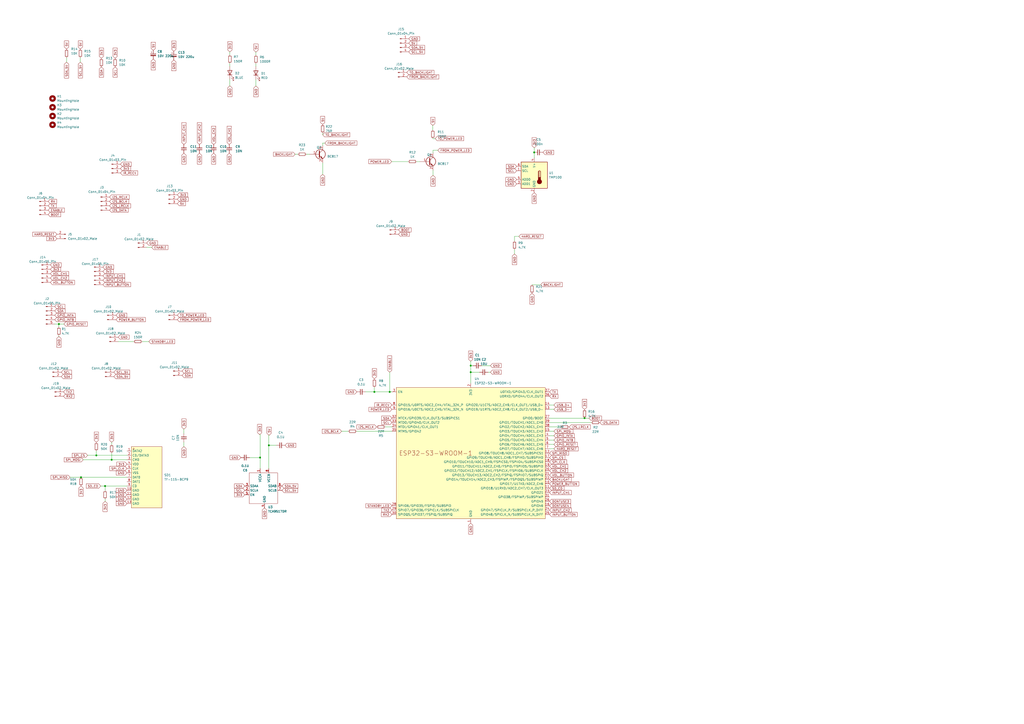
<source format=kicad_sch>
(kicad_sch (version 20231120) (generator "eeschema") (generator_version "8.0")
  (paper "A2")
  (junction (at 339.09 242.57))
  (junction (at 46.99 276.86))
  (junction (at 155.956 258.318))
  (junction (at 309.88 88.392))
  (junction (at 60.96 281.94))
  (junction (at 217.17 227.33))
  (junction (at 64.77 266.7))
  (junction (at 55.88 264.16))
  (junction (at 150.876 265.43))
  (junction (at 226.06 227.33))
  (junction (at 273.05 215.9))
  (junction (at 34.163 187.96))
  (junction (at 273.05 212.09))
  (wire (pts (xy 341.63 242.57) (xy 339.09 242.57)))
  (wire (pts (xy 207.01 250.19) (xy 227.33 250.19)))
  (wire (pts (xy 55.88 261.62) (xy 55.88 264.16)))
  (wire (pts (xy 217.17 227.33) (xy 226.06 227.33)))
  (wire (pts (xy 309.88 85.725) (xy 309.88 88.392)))
  (wire (pts (xy 274.32 212.09) (xy 273.05 212.09)))
  (wire (pts (xy 187.1726 78.1681) (xy 187.1726 77.2791)))
  (wire (pts (xy 251.1837 98.7925) (xy 251.1837 101.7135)))
  (wire (pts (xy 251.0567 72.7575) (xy 251.0567 75.2975)))
  (wire (pts (xy 321.31 257.81) (xy 318.77 257.81)))
  (wire (pts (xy 321.31 255.27) (xy 318.77 255.27)))
  (wire (pts (xy 46.99 276.86) (xy 73.66 276.86)))
  (wire (pts (xy 60.96 281.94) (xy 73.66 281.94)))
  (wire (pts (xy 273.05 212.09) (xy 273.05 215.9)))
  (wire (pts (xy 321.31 250.19) (xy 318.77 250.19)))
  (wire (pts (xy 64.77 266.7) (xy 73.66 266.7)))
  (wire (pts (xy 187.1726 94.5511) (xy 187.1726 101.1551)))
  (wire (pts (xy 273.05 209.55) (xy 273.05 212.09)))
  (wire (pts (xy 58.42 281.94) (xy 60.96 281.94)))
  (wire (pts (xy 156.083 252.603) (xy 155.956 252.603)))
  (wire (pts (xy 273.05 215.9) (xy 273.05 222.25)))
  (wire (pts (xy 155.956 258.318) (xy 155.956 271.78)))
  (wire (pts (xy 133.35 31.75) (xy 133.35 30.099)))
  (wire (pts (xy 55.88 264.16) (xy 73.66 264.16)))
  (wire (pts (xy 309.88 88.392) (xy 309.88 91.44)))
  (wire (pts (xy 251.1837 87.2355) (xy 251.1837 88.6325)))
  (wire (pts (xy 150.622 252.095) (xy 150.876 252.095)))
  (wire (pts (xy 187.1726 84.3911) (xy 187.1726 82.9941)))
  (wire (pts (xy 106.68 248.92) (xy 106.68 251.46)))
  (wire (pts (xy 313.69 165.1) (xy 308.61 165.1)))
  (wire (pts (xy 34.163 187.96) (xy 31.75 187.96)))
  (wire (pts (xy 226.06 227.33) (xy 227.33 227.33)))
  (wire (pts (xy 144.78 265.43) (xy 150.876 265.43)))
  (wire (pts (xy 48.26 266.7) (xy 64.77 266.7)))
  (wire (pts (xy 342.9 245.11) (xy 318.77 245.11)))
  (wire (pts (xy 156.083 252.476) (xy 156.083 252.603)))
  (wire (pts (xy 198.12 250.19) (xy 201.93 250.19)))
  (wire (pts (xy 86.36 198.12) (xy 82.55 198.12)))
  (wire (pts (xy 34.163 189.611) (xy 34.163 187.96)))
  (wire (pts (xy 187.1726 82.9941) (xy 188.4426 82.9941)))
  (wire (pts (xy 64.77 256.54) (xy 64.77 257.81)))
  (wire (pts (xy 85.09 143.51) (xy 88.011 143.51)))
  (wire (pts (xy 278.13 215.9) (xy 273.05 215.9)))
  (wire (pts (xy 148.463 38.481) (xy 148.463 36.957)))
  (wire (pts (xy 50.8 264.16) (xy 55.88 264.16)))
  (wire (pts (xy 133.35 38.354) (xy 133.35 36.83)))
  (wire (pts (xy 321.31 237.49) (xy 318.77 237.49)))
  (wire (pts (xy 150.876 265.43) (xy 150.876 271.78)))
  (wire (pts (xy 148.463 49.911) (xy 148.463 46.101)))
  (wire (pts (xy 325.12 247.65) (xy 318.77 247.65)))
  (wire (pts (xy 171.1706 89.4711) (xy 172.6946 89.4711)))
  (wire (pts (xy 251.1837 87.2355) (xy 253.9777 87.2355)))
  (wire (pts (xy 298.45 147.32) (xy 298.45 144.78)))
  (wire (pts (xy 37.084 187.96) (xy 34.163 187.96)))
  (wire (pts (xy 38.608 33.528) (xy 38.608 36.068)))
  (wire (pts (xy 321.31 252.73) (xy 318.77 252.73)))
  (wire (pts (xy 241.7857 93.7125) (xy 243.5637 93.7125)))
  (wire (pts (xy 133.35 49.784) (xy 133.35 45.974)))
  (wire (pts (xy 284.48 215.9) (xy 283.21 215.9)))
  (wire (pts (xy 284.48 212.09) (xy 279.4 212.09)))
  (wire (pts (xy 155.956 252.603) (xy 155.956 258.318)))
  (wire (pts (xy 223.52 247.65) (xy 227.33 247.65)))
  (wire (pts (xy 150.876 252.095) (xy 150.876 265.43)))
  (wire (pts (xy 226.06 215.9) (xy 226.06 227.33)))
  (wire (pts (xy 300.99 137.16) (xy 298.45 137.16)))
  (wire (pts (xy 252.4537 80.3775) (xy 251.0567 80.3775)))
  (wire (pts (xy 34.163 195.199) (xy 34.163 194.691)))
  (wire (pts (xy 60.96 290.83) (xy 60.96 289.56)))
  (wire (pts (xy 155.956 258.318) (xy 160.274 258.318)))
  (wire (pts (xy 321.31 234.95) (xy 318.77 234.95)))
  (wire (pts (xy 298.45 139.7) (xy 298.45 137.16)))
  (wire (pts (xy 318.77 242.57) (xy 339.09 242.57)))
  (wire (pts (xy 64.77 262.89) (xy 64.77 266.7)))
  (wire (pts (xy 321.31 260.35) (xy 318.77 260.35)))
  (wire (pts (xy 148.463 31.877) (xy 148.463 30.226)))
  (wire (pts (xy 212.09 227.33) (xy 217.17 227.33)))
  (wire (pts (xy 217.17 224.79) (xy 217.17 227.33)))
  (wire (pts (xy 177.7746 89.4711) (xy 179.5526 89.4711)))
  (wire (pts (xy 60.96 284.48) (xy 60.96 281.94)))
  (wire (pts (xy 46.609 33.528) (xy 46.609 36.068)))
  (wire (pts (xy 77.47 198.12) (xy 68.58 198.12)))
  (wire (pts (xy 227.1807 93.7125) (xy 236.7057 93.7125)))
  (wire (pts (xy 40.64 276.86) (xy 46.99 276.86)))
  (wire (pts (xy 106.68 259.08) (xy 106.68 256.54)))
  (global_label "VOL_CH1" (shape input) (at 132.969 83.82 90) (property "Intersheetrefs" "${INTERSHEET_REFS}" (effects (hide yes))))
  (global_label "SDA_5V" (shape input) (at 237.109 27.559 0) (property "Intersheetrefs" "${INTERSHEET_REFS}" (effects (hide yes))))
  (global_label "GND" (shape input) (at 59.69 154.94 0) (property "Intersheetrefs" "${INTERSHEET_REFS}" (effects (hide yes))))
  (global_label "VOL_CH2" (shape input) (at 29.21 161.29 0) (property "Intersheetrefs" "${INTERSHEET_REFS}" (effects (hide yes))))
  (global_label "GND" (shape input) (at 29.21 153.67 0) (property "Intersheetrefs" "${INTERSHEET_REFS}" (effects (hide yes))))
  (global_label "5V" (shape input) (at 38.608 28.448 90) (property "Intersheetrefs" "${INTERSHEET_REFS}" (effects (hide yes))))
  (global_label "DONTUSE4" (shape input) (at 318.77 293.37 0) (property "Intersheetrefs" "${INTERSHEET_REFS}" (effects (hide yes))))
  (global_label "VOL_CH2" (shape input) (at 318.77 273.05 0) (property "Intersheetrefs" "${INTERSHEET_REFS}" (effects (hide yes))))
  (global_label "USB_D-" (shape input) (at 321.31 237.49 0) (property "Intersheetrefs" "${INTERSHEET_REFS}" (effects (hide yes))))
  (global_label "GND" (shape input) (at 73.66 292.1 180) (property "Intersheetrefs" "${INTERSHEET_REFS}" (effects (hide yes))))
  (global_label "GND" (shape input) (at 231.14 135.89 0) (property "Intersheetrefs" "${INTERSHEET_REFS}" (effects (hide yes))))
  (global_label "GND" (shape input) (at 106.68 259.08 270) (property "Intersheetrefs" "${INTERSHEET_REFS}" (effects (hide yes))))
  (global_label "3V3" (shape input) (at 273.05 209.55 90) (property "Intersheetrefs" "${INTERSHEET_REFS}" (effects (hide yes))))
  (global_label "GND" (shape input) (at 237.109 22.479 0) (property "Intersheetrefs" "${INTERSHEET_REFS}" (effects (hide yes))))
  (global_label "GND" (shape input) (at 284.48 212.09 0) (property "Intersheetrefs" "${INTERSHEET_REFS}" (effects (hide yes))))
  (global_label "GND" (shape input) (at 68.58 195.58 0) (property "Intersheetrefs" "${INTERSHEET_REFS}" (effects (hide yes))))
  (global_label "5V" (shape input) (at 46.609 28.448 90) (property "Intersheetrefs" "${INTERSHEET_REFS}" (effects (hide yes))))
  (global_label "5V" (shape input) (at 156.083 252.476 90) (property "Intersheetrefs" "${INTERSHEET_REFS}" (effects (hide yes))))
  (global_label "VOL_CH1" (shape input) (at 318.77 270.51 0) (property "Intersheetrefs" "${INTERSHEET_REFS}" (effects (hide yes))))
  (global_label "IR_RECV" (shape input) (at 69.85 100.33 0) (property "Intersheetrefs" "${INTERSHEET_REFS}" (effects (hide yes))))
  (global_label "3V3" (shape input) (at 69.85 97.79 0) (property "Intersheetrefs" "${INTERSHEET_REFS}" (effects (hide yes))))
  (global_label "SCL_5V" (shape input) (at 66.04 215.9 0) (property "Intersheetrefs" "${INTERSHEET_REFS}" (effects (hide yes))))
  (global_label "POWER_LED" (shape input) (at 227.33 237.49 180) (property "Intersheetrefs" "${INTERSHEET_REFS}" (effects (hide yes))))
  (global_label "3V3" (shape input) (at 106.68 248.92 90) (property "Intersheetrefs" "${INTERSHEET_REFS}" (effects (hide yes))))
  (global_label "SDA_5V" (shape input) (at 66.04 218.44 0) (property "Intersheetrefs" "${INTERSHEET_REFS}" (effects (hide yes))))
  (global_label "BOOT" (shape input) (at 341.63 242.57 0) (property "Intersheetrefs" "${INTERSHEET_REFS}" (effects (hide yes))))
  (global_label "SDA" (shape input) (at 58.801 38.862 270) (property "Intersheetrefs" "${INTERSHEET_REFS}" (effects (hide yes))))
  (global_label "SCL" (shape input) (at 105.6103 215.2452 0) (property "Intersheetrefs" "${INTERSHEET_REFS}" (effects (hide yes))))
  (global_label "GND" (shape input) (at 34.163 195.199 270) (property "Intersheetrefs" "${INTERSHEET_REFS}" (effects (hide yes))))
  (global_label "BOOT" (shape input) (at 231.14 133.35 0) (property "Intersheetrefs" "${INTERSHEET_REFS}" (effects (hide yes))))
  (global_label "POWER_BUTTON" (shape input) (at 67.31 185.42 0) (property "Intersheetrefs" "${INTERSHEET_REFS}" (effects (hide yes))))
  (global_label "3V3" (shape input) (at 55.88 256.54 90) (property "Intersheetrefs" "${INTERSHEET_REFS}" (effects (hide yes))))
  (global_label "INPUT_CH2" (shape input) (at 115.697 83.82 90) (property "Intersheetrefs" "${INTERSHEET_REFS}" (effects (hide yes))))
  (global_label "GND" (shape input) (at 88.9 34.29 270) (property "Intersheetrefs" "${INTERSHEET_REFS}" (effects (hide yes))))
  (global_label "HARD_RESET" (shape input) (at 300.99 137.16 0) (property "Intersheetrefs" "${INTERSHEET_REFS}" (effects (hide yes))))
  (global_label "3V3" (shape input) (at 73.66 269.24 180) (property "Intersheetrefs" "${INTERSHEET_REFS}" (effects (hide yes))))
  (global_label "GPIO_INTB" (shape input) (at 321.31 255.27 0) (property "Intersheetrefs" "${INTERSHEET_REFS}" (effects (hide yes))))
  (global_label "5V" (shape input) (at 102.87 118.11 0) (property "Intersheetrefs" "${INTERSHEET_REFS}" (effects (hide yes))))
  (global_label "SPI_MOSI" (shape input) (at 321.31 250.19 0) (property "Intersheetrefs" "${INTERSHEET_REFS}" (effects (hide yes))))
  (global_label "3V3" (shape input) (at 100.838 29.718 90) (property "Intersheetrefs" "${INTERSHEET_REFS}" (effects (hide yes))))
  (global_label "SCL" (shape input) (at 31.75 177.8 0) (property "Intersheetrefs" "${INTERSHEET_REFS}" (effects (hide yes))))
  (global_label "GND" (shape input) (at 106.68 88.9 270) (property "Intersheetrefs" "${INTERSHEET_REFS}" (effects (hide yes))))
  (global_label "GND" (shape input) (at 100.838 34.798 270) (property "Intersheetrefs" "${INTERSHEET_REFS}" (effects (hide yes))))
  (global_label "SDA_5V" (shape input) (at 163.576 281.94 0) (property "Intersheetrefs" "${INTERSHEET_REFS}" (effects (hide yes))))
  (global_label "TO_BACKLIGHT" (shape input) (at 187.1726 78.1681 0) (property "Intersheetrefs" "${INTERSHEET_REFS}" (effects (hide yes))))
  (global_label "3V3" (shape input) (at 217.17 219.71 90) (property "Intersheetrefs" "${INTERSHEET_REFS}" (effects (hide yes))))
  (global_label "3V3" (shape input) (at 46.99 281.94 270) (property "Intersheetrefs" "${INTERSHEET_REFS}" (effects (hide yes))))
  (global_label "SPI_MOSI" (shape input) (at 48.26 266.7 180) (property "Intersheetrefs" "${INTERSHEET_REFS}" (effects (hide yes))))
  (global_label "GND" (shape input) (at 69.85 95.25 0) (property "Intersheetrefs" "${INTERSHEET_REFS}" (effects (hide yes))))
  (global_label "SDA" (shape input) (at 35.56 218.44 0) (property "Intersheetrefs" "${INTERSHEET_REFS}" (effects (hide yes))))
  (global_label "5V" (shape input) (at 88.9 29.21 90) (property "Intersheetrefs" "${INTERSHEET_REFS}" (effects (hide yes))))
  (global_label "TX" (shape input) (at 318.77 227.33 0) (property "Intersheetrefs" "${INTERSHEET_REFS}" (effects (hide yes))))
  (global_label "I2S_MCLK" (shape input) (at 63.5 114.3 0) (property "Intersheetrefs" "${INTERSHEET_REFS}" (effects (hide yes))))
  (global_label "I2S_DATA" (shape input) (at 63.5 121.92 0) (property "Intersheetrefs" "${INTERSHEET_REFS}" (effects (hide yes))))
  (global_label "I2S_BCLK" (shape input) (at 63.5 116.84 0) (property "Intersheetrefs" "${INTERSHEET_REFS}" (effects (hide yes))))
  (global_label "GND" (shape input) (at 73.66 284.48 180) (property "Intersheetrefs" "${INTERSHEET_REFS}" (effects (hide yes))))
  (global_label "SCL_5V" (shape input) (at 163.576 284.48 0) (property "Intersheetrefs" "${INTERSHEET_REFS}" (effects (hide yes))))
  (global_label "5V" (shape input) (at 237.109 25.019 0) (property "Intersheetrefs" "${INTERSHEET_REFS}" (effects (hide yes))))
  (global_label "3V3" (shape input) (at 33.02 138.43 180) (property "Intersheetrefs" "${INTERSHEET_REFS}" (effects (hide yes))))
  (global_label "TX2" (shape input) (at 36.83 227.33 0) (property "Intersheetrefs" "${INTERSHEET_REFS}" (effects (hide yes))))
  (global_label "VOL_BUTTON" (shape input) (at 29.21 163.83 0) (property "Intersheetrefs" "${INTERSHEET_REFS}" (effects (hide yes))))
  (global_label "SDA_5V" (shape input) (at 38.608 36.068 270) (property "Intersheetrefs" "${INTERSHEET_REFS}" (effects (hide yes))))
  (global_label "INPUT_CH2" (shape input) (at 59.69 162.56 0) (property "Intersheetrefs" "${INTERSHEET_REFS}" (effects (hide yes))))
  (global_label "STANDBY_LED" (shape input) (at 227.33 293.37 180) (property "Intersheetrefs" "${INTERSHEET_REFS}" (effects (hide yes))))
  (global_label "INPUT_BUTTON" (shape input) (at 59.69 165.1 0) (property "Intersheetrefs" "${INTERSHEET_REFS}" (effects (hide yes))))
  (global_label "BOOT" (shape input) (at 27.94 124.46 0) (property "Intersheetrefs" "${INTERSHEET_REFS}" (effects (hide yes))))
  (global_label "INPUT_CH1" (shape input) (at 318.77 285.75 0) (property "Intersheetrefs" "${INTERSHEET_REFS}" (effects (hide yes))))
  (global_label "3V3" (shape input) (at 150.622 252.095 90) (property "Intersheetrefs" "${INTERSHEET_REFS}" (effects (hide yes))))
  (global_label "GND" (shape input) (at 73.66 289.56 180) (property "Intersheetrefs" "${INTERSHEET_REFS}" (effects (hide yes))))
  (global_label "3V3" (shape input) (at 64.77 256.54 90) (property "Intersheetrefs" "${INTERSHEET_REFS}" (effects (hide yes))))
  (global_label "GND" (shape input) (at 102.87 115.57 0) (property "Intersheetrefs" "${INTERSHEET_REFS}" (effects (hide yes))))
  (global_label "STANDBY_LED" (shape input) (at 86.36 198.12 0) (property "Intersheetrefs" "${INTERSHEET_REFS}" (effects (hide yes))))
  (global_label "I2S_LRCLK" (shape input) (at 330.2 247.65 0) (property "Intersheetrefs" "${INTERSHEET_REFS}" (effects (hide yes))))
  (global_label "RX2" (shape input) (at 36.83 229.87 0) (property "Intersheetrefs" "${INTERSHEET_REFS}" (effects (hide yes))))
  (global_label "SPI_CLK" (shape input) (at 318.77 267.97 0) (property "Intersheetrefs" "${INTERSHEET_REFS}" (effects (hide yes))))
  (global_label "3V3" (shape input) (at 141.986 287.02 180) (property "Intersheetrefs" "${INTERSHEET_REFS}" (effects (hide yes))))
  (global_label "SPI_CS" (shape input) (at 318.77 265.43 0) (property "Intersheetrefs" "${INTERSHEET_REFS}" (effects (hide yes))))
  (global_label "TX2" (shape input) (at 227.33 295.91 180) (property "Intersheetrefs" "${INTERSHEET_REFS}" (effects (hide yes))))
  (global_label "I2S_MCLK" (shape input) (at 218.44 247.65 180) (property "Intersheetrefs" "${INTERSHEET_REFS}" (effects (hide yes))))
  (global_label "SCL" (shape input) (at 141.986 284.48 180) (property "Intersheetrefs" "${INTERSHEET_REFS}" (effects (hide yes))))
  (global_label "SCL" (shape input) (at 227.33 245.11 180) (property "Intersheetrefs" "${INTERSHEET_REFS}" (effects (hide yes))))
  (global_label "GPIO_RESET" (shape input) (at 321.31 257.81 0) (property "Intersheetrefs" "${INTERSHEET_REFS}" (effects (hide yes))))
  (global_label "SDA" (shape input) (at 227.33 242.57 180) (property "Intersheetrefs" "${INTERSHEET_REFS}" (effects (hide yes))))
  (global_label "SPI_MISO" (shape input) (at 40.64 276.86 180) (property "Intersheetrefs" "${INTERSHEET_REFS}" (effects (hide yes))))
  (global_label "SPI_MISO" (shape input) (at 318.77 262.89 0) (property "Intersheetrefs" "${INTERSHEET_REFS}" (effects (hide yes))))
  (global_label "GND" (shape input) (at 153.416 294.64 270) (property "Intersheetrefs" "${INTERSHEET_REFS}" (effects (hide yes))))
  (global_label "ENABLE" (shape input) (at 226.06 215.9 90) (property "Intersheetrefs" "${INTERSHEET_REFS}" (effects (hide yes))))
  (global_label "GND" (shape input) (at 133.35 49.784 270) (property "Intersheetrefs" "${INTERSHEET_REFS}" (effects (hide yes))))
  (global_label "GND" (shape input) (at 139.7 265.43 180) (property "Intersheetrefs" "${INTERSHEET_REFS}" (effects (hide yes))))
  (global_label "INPUT_CH2" (shape input) (at 318.77 295.91 0) (property "Intersheetrefs" "${INTERSHEET_REFS}" (effects (hide yes))))
  (global_label "RX" (shape input) (at 318.77 229.87 0) (property "Intersheetrefs" "${INTERSHEET_REFS}" (effects (hide yes))))
  (global_label "SCL" (shape input) (at 35.56 215.9 0) (property "Intersheetrefs" "${INTERSHEET_REFS}" (effects (hide yes))))
  (global_label "FROM_POWER_LED" (shape input) (at 253.9777 87.2355 0) (property "Intersheetrefs" "${INTERSHEET_REFS}" (effects (hide yes))))
  (global_label "INPUT_BUTTON" (shape input) (at 318.77 298.45 0) (property "Intersheetrefs" "${INTERSHEET_REFS}" (effects (hide yes))))
  (global_label "5V" (shape input) (at 187.1726 72.1991 90) (property "Intersheetrefs" "${INTERSHEET_REFS}" (effects (hide yes))))
  (global_label "GND" (shape input) (at 299.72 104.14 180) (property "Intersheetrefs" "${INTERSHEET_REFS}" (effects (hide yes))))
  (global_label "RX" (shape input) (at 27.94 116.84 0) (property "Intersheetrefs" "${INTERSHEET_REFS}" (effects (hide yes))))
  (global_label "GND" (shape input) (at 207.01 227.33 180) (property "Intersheetrefs" "${INTERSHEET_REFS}" (effects (hide yes))))
  (global_label "GND" (shape input) (at 299.72 106.68 180) (property "Intersheetrefs" "${INTERSHEET_REFS}" (effects (hide yes))))
  (global_label "GND" (shape input) (at 308.61 170.18 270) (property "Intersheetrefs" "${INTERSHEET_REFS}" (effects (hide yes))))
  (global_label "SCL_5V" (shape input) (at 46.609 36.068 270) (property "Intersheetrefs" "${INTERSHEET_REFS}" (effects (hide yes))))
  (global_label "VOL_CH2" (shape input) (at 123.952 83.82 90) (property "Intersheetrefs" "${INTERSHEET_REFS}" (effects (hide yes))))
  (global_label "SCL" (shape input) (at 66.802 38.862 270) (property "Intersheetrefs" "${INTERSHEET_REFS}" (effects (hide yes))))
  (global_label "TO_POWER_LED" (shape input) (at 252.4537 80.3775 0) (property "Intersheetrefs" "${INTERSHEET_REFS}" (effects (hide yes))))
  (global_label "DONTUSE3" (shape input) (at 318.77 290.83 0) (property "Intersheetrefs" "${INTERSHEET_REFS}" (effects (hide yes))))
  (global_label "SDA" (shape input) (at 141.986 281.94 180) (property "Intersheetrefs" "${INTERSHEET_REFS}" (effects (hide yes))))
  (global_label "GND" (shape input) (at 73.66 274.32 180) (property "Intersheetrefs" "${INTERSHEET_REFS}" (effects (hide yes))))
  (global_label "BACKLIGHT" (shape input) (at 313.69 165.1 0) (property "Intersheetrefs" "${INTERSHEET_REFS}" (effects (hide yes))))
  (global_label "3V3" (shape input) (at 60.96 290.83 270) (property "Intersheetrefs" "${INTERSHEET_REFS}" (effects (hide yes))))
  (global_label "FROM_POWER_LED" (shape input) (at 102.87 185.42 0) (property "Intersheetrefs" "${INTERSHEET_REFS}" (effects (hide yes))))
  (global_label "3V3" (shape input) (at 66.802 33.782 90) (property "Intersheetrefs" "${INTERSHEET_REFS}" (effects (hide yes))))
  (global_label "GPIO_RESET" (shape input) (at 37.084 187.96 0) (property "Intersheetrefs" "${INTERSHEET_REFS}" (effects (hide yes))))
  (global_label "GND" (shape input) (at 165.354 258.318 0) (property "Intersheetrefs" "${INTERSHEET_REFS}" (effects (hide yes))))
  (global_label "GND" (shape input) (at 73.66 287.02 180) (property "Intersheetrefs" "${INTERSHEET_REFS}" (effects (hide yes))))
  (global_label "BACKLIGHT" (shape input) (at 171.1706 89.4711 180) (property "Intersheetrefs" "${INTERSHEET_REFS}" (effects (hide yes))))
  (global_label "IR_RECV" (shape input) (at 227.33 234.95 180) (property "Intersheetrefs" "${INTERSHEET_REFS}" (effects (hide yes))))
  (global_label "SPI_CS" (shape input) (at 50.8 264.16 180) (property "Intersheetrefs" "${INTERSHEET_REFS}" (effects (hide yes))))
  (global_label "GND" (shape input) (at 67.31 182.88 0) (property "Intersheetrefs" "${INTERSHEET_REFS}" (effects (hide yes))))
  (global_label "GND" (shape input) (at 314.96 88.392 0) (property "Intersheetrefs" "${INTERSHEET_REFS}" (effects (hide yes))))
  (global_label "GND" (shape input) (at 132.969 88.9 270) (property "Intersheetrefs" "${INTERSHEET_REFS}" (effects (hide yes))))
  (global_label "HARD_RESET" (shape input) (at 321.31 260.35 0) (property "Intersheetrefs" "${INTERSHEET_REFS}" (effects (hide yes))))
  (global_label "ENABLE" (shape input) (at 27.94 121.92 0) (property "Intersheetrefs" "${INTERSHEET_REFS}" (effects (hide yes))))
  (global_label "FROM_BACKLIGHT" (shape input) (at 235.966 44.577 0) (property "Intersheetrefs" "${INTERSHEET_REFS}" (effects (hide yes))))
  (global_label "3V3" (shape input) (at 339.09 237.49 90) (property "Intersheetrefs" "${INTERSHEET_REFS}" (effects (hide yes))))
  (global_label "GND" (shape input) (at 298.45 147.32 270) (property "Intersheetrefs" "${INTERSHEET_REFS}" (effects (hide yes))))
  (global_label "3V3" (shape input) (at 309.88 85.725 90) (property "Intersheetrefs" "${INTERSHEET_REFS}" (effects (hide yes))))
  (global_label "3V3" (shape input) (at 29.21 156.21 0) (property "Intersheetrefs" "${INTERSHEET_REFS}" (effects (hide yes))))
  (global_label "GPIO_INTA" (shape input) (at 321.31 252.73 0) (property "Intersheetrefs" "${INTERSHEET_REFS}" (effects (hide yes))))
  (global_label "GND" (shape input) (at 309.88 111.76 270) (property "Intersheetrefs" "${INTERSHEET_REFS}" (effects (hide yes))))
  (global_label "USB_D+" (shape input) (at 321.31 234.95 0) (property "Intersheetrefs" "${INTERSHEET_REFS}" (effects (hide yes))))
  (global_label "I2S_LRCLK" (shape input) (at 63.5 119.38 0) (property "Intersheetrefs" "${INTERSHEET_REFS}" (effects (hide yes))))
  (global_label "RX2" (shape input) (at 227.33 298.45 180) (property "Intersheetrefs" "${INTERSHEET_REFS}" (effects (hide yes))))
  (global_label "FROM_BACKLIGHT" (shape input) (at 188.4426 82.9941 0) (property "Intersheetrefs" "${INTERSHEET_REFS}" (effects (hide yes))))
  (global_label "SDA" (shape input) (at 31.75 180.34 0) (property "Intersheetrefs" "${INTERSHEET_REFS}" (effects (hide yes))))
  (global_label "GND" (shape input) (at 85.09 140.97 0) (property "Intersheetrefs" "${INTERSHEET_REFS}" (effects (hide yes))))
  (global_label "SD_CD" (shape input) (at 58.42 281.94 180) (property "Intersheetrefs" "${INTERSHEET_REFS}" (effects (hide yes))))
  (global_label "TO_BACKLIGHT" (shape input) (at 235.966 42.037 0) (property "Intersheetrefs" "${INTERSHEET_REFS}" (effects (hide yes))))
  (global_label "GPIO_INTB" (shape input) (at 31.75 185.42 0) (property "Intersheetrefs" "${INTERSHEET_REFS}" (effects (hide yes))))
  (global_label "SPI_CLK" (shape input) (at 73.66 271.78 180) (property "Intersheetrefs" "${INTERSHEET_REFS}" (effects (hide yes))))
  (global_label "SDA" (shape input) (at 299.72 96.52 180) (property "Intersheetrefs" "${INTERSHEET_REFS}" (effects (hide yes))))
  (global_label "GND" (shape input) (at 187.1726 101.1551 270) (property "Intersheetrefs" "${INTERSHEET_REFS}" (effects (hide yes))))
  (global_label "3V3" (shape input) (at 102.87 113.03 0) (property "Intersheetrefs" "${INTERSHEET_REFS}" (effects (hide yes))))
  (global_label "POWER_BUTTON" (shape input) (at 318.77 280.67 0) (property "Intersheetrefs" "${INTERSHEET_REFS}" (effects (hide yes))))
  (global_label "SDA" (shape input) (at 105.6103 217.7852 0) (property "Intersheetrefs" "${INTERSHEET_REFS}" (effects (hide yes))))
  (global_label "BACKLIGHT" (shape input) (at 318.77 278.13 0) (property "Intersheetrefs" "${INTERSHEET_REFS}" (effects (hide yes))))
  (global_label "ENABLE" (shape input) (at 88.011 143.51 0) (property "Intersheetrefs" "${INTERSHEET_REFS}" (effects (hide yes))))
  (global_label "I2S_BCLK" (shape input) (at 198.12 250.19 180) (property "Intersheetrefs" "${INTERSHEET_REFS}" (effects (hide yes))))
  (global_label "HARD_RESET" (shape input) (at 33.02 135.89 180) (property "Intersheetrefs" "${INTERSHEET_REFS}" (effects (hide yes))))
  (global_label "GND" (shape input) (at 284.48 215.9 0) (property "Intersheetrefs" "${INTERSHEET_REFS}" (effects (hide yes))))
  (global_label "SD_CD" (shape input) (at 318.77 283.21 0) (property "Intersheetrefs" "${INTERSHEET_REFS}" (effects (hide yes))))
  (global_label "3V3" (shape input) (at 58.801 33.782 90) (property "Intersheetrefs" "${INTERSHEET_REFS}" (effects (hide yes))))
  (global_label "I2S_DATA" (shape input) (at 347.98 245.11 0) (property "Intersheetrefs" "${INTERSHEET_REFS}" (effects (hide yes))))
  (global_label "VOL_CH1" (shape input) (at 29.21 158.75 0) (property "Intersheetrefs" "${INTERSHEET_REFS}" (effects (hide yes))))
  (global_label "POWER_LED" (shape input) (at 227.1807 93.7125 180) (property "Intersheetrefs" "${INTERSHEET_REFS}" (effects (hide yes))))
  (global_label "INPUT_CH1" (shape input) (at 59.69 160.02 0) (property "Intersheetrefs" "${INTERSHEET_REFS}" (effects (hide yes))))
  (global_label "GND" (shape input) (at 148.463 49.911 270) (property "Intersheetrefs" "${INTERSHEET_REFS}" (effects (hide yes))))
  (global_label "3V3" (shape input) (at 133.35 30.099 90) (property "Intersheetrefs" "${INTERSHEET_REFS}" (effects (hide yes))))
  (global_label "3V3" (shape input) (at 59.69 157.48 0) (property "Intersheetrefs" "${INTERSHEET_REFS}" (effects (hide yes))))
  (global_label "5V" (shape input) (at 251.0567 72.7575 90) (property "Intersheetrefs" "${INTERSHEET_REFS}" (effects (hide yes))))
  (global_label "GND" (shape input) (at 123.952 88.9 270) (property "Intersheetrefs" "${INTERSHEET_REFS}" (effects (hide yes))))
  (global_label "GND" (shape input) (at 251.1837 101.7135 270) (property "Intersheetrefs" "${INTERSHEET_REFS}" (effects (hide yes))))
  (global_label "5V" (shape input) (at 148.463 30.226 90) (property "Intersheetrefs" "${INTERSHEET_REFS}" (effects (hide yes))))
  (global_label "VOL_BUTTON" (shape input) (at 318.77 275.59 0) (property "Intersheetrefs" "${INTERSHEET_REFS}" (effects (hide yes))))
  (global_label "GPIO_INTA" (shape input) (at 31.75 182.88 0) (property "Intersheetrefs" "${INTERSHEET_REFS}" (effects (hide yes))))
  (global_label "SCL" (shape input) (at 299.72 99.06 180) (property "Intersheetrefs" "${INTERSHEET_REFS}" (effects (hide yes))))
  (global_label "GND" (shape input) (at 115.697 88.9 270) (property "Intersheetrefs" "${INTERSHEET_REFS}" (effects (hide yes))))
  (global_label "TO_POWER_LED" (shape input) (at 102.87 182.88 0) (property "Intersheetrefs" "${INTERSHEET_REFS}" (effects (hide yes))))
  (global_label "GND" (shape input) (at 273.05 303.53 270) (property "Intersheetrefs" "${INTERSHEET_REFS}" (effects (hide yes))))
  (global_label "INPUT_CH1" (shape input) (at 106.68 83.82 90) (property "Intersheetrefs" "${INTERSHEET_REFS}" (effects (hide yes))))
  (global_label "TX" (shape input) (at 27.94 119.38 0) (property "Intersheetrefs" "${INTERSHEET_REFS}" (effects (hide yes))))
  (global_label "SCL_5V" (shape input) (at 237.109 30.099 0) (property "Intersheetrefs" "${INTERSHEET_REFS}" (effects (hide yes))))
  (symbol (lib_id "Mechanical:MountingHole") (at 30.48 67.31 0) (unit 1)
    (property "Reference" "H2" (at 33.02 66.0399 0) (effects (justify left)))
    (property "Value" "MountingHole" (at 33.02 68.5799 0) (effects (justify left)))
    (property "Footprint" "MountingHole:MountingHole_3.2mm_M3_DIN965_Pad_TopOnly" (effects (hide yes)))
  )
  (symbol (lib_id "Device:R_Small") (at 34.163 192.151 180) (unit 1)
    (property "Reference" "R1" (at 35.687 190.881 0) (effects (justify right)))
    (property "Value" "4.7K" (at 35.687 193.421 0) (effects (justify right)))
    (property "Footprint" "Resistor_SMD:R_0603_1608Metric_Pad0.98x0.95mm_HandSolder" (effects (hide yes)))
  )
  (symbol (lib_id "Device:R_Small") (at 217.17 222.25 0) (unit 1)
    (property "Reference" "R8" (at 219.71 220.9799 0) (effects (justify left)))
    (property "Value" "4.7K" (at 219.71 223.5199 0) (effects (justify left)))
    (property "Footprint" "Resistor_SMD:R_0603_1608Metric_Pad0.98x0.95mm_HandSolder" (effects (hide yes)))
  )
  (symbol (lib_id "Device:R_Small") (at 220.98 247.65 270) (unit 1)
    (property "Reference" "R5" (at 220.98 252.73 90))
    (property "Value" "22R" (at 220.98 250.19 90))
    (property "Footprint" "Resistor_SMD:R_0603_1608Metric" (effects (hide yes)))
    (property "Description" "Resistor, small symbol" (effects (hide yes)))
    (property "Mouser" "603-RT0805FRE0722RL" (effects (hide yes)))
  )
  (symbol (lib_id "Device:R_Small") (at 55.88 259.08 0) (unit 1)
    (property "Reference" "R20" (at 58.42 257.8099 0) (effects (justify left)))
    (property "Value" "50K" (at 58.42 260.3499 0) (effects (justify left)))
    (property "Footprint" "Resistor_SMD:R_0603_1608Metric_Pad0.98x0.95mm_HandSolder" (effects (hide yes)))
  )
  (symbol (lib_id "Device:R_Small") (at 58.801 36.322 0) (unit 1)
    (property "Reference" "R13" (at 61.341 33.7819 0) (effects (justify left)))
    (property "Value" "10K" (at 61.341 36.3219 0) (effects (justify left)))
    (property "Footprint" "Resistor_SMD:R_0603_1608Metric_Pad0.98x0.95mm_HandSolder" (effects (hide yes)))
  )
  (symbol (lib_id "Connector:Conn_01x02_Male") (at 80.01 140.97 0) (unit 1)
    (property "Reference" "J1" (at 80.645 136.144 0))
    (property "Value" "Conn_01x02_Male" (at 80.645 138.684 0))
    (property "Footprint" "Connector_JST:JST_PH_B2B-PH-K_1x02_P2.00mm_Vertical" (effects (hide yes)))
  )
  (symbol (lib_id "Device:C_Small") (at 162.814 258.318 90) (unit 1)
    (property "Reference" "C4" (at 162.8203 250.952 90))
    (property "Value" "0.1U" (at 162.8203 253.492 90))
    (property "Footprint" "Capacitor_SMD:C_0805_2012Metric_Pad1.18x1.45mm_HandSolder" (effects (hide yes)))
  )
  (symbol (lib_id "Device:R_Small") (at 148.463 34.417 0) (unit 1)
    (property "Reference" "R6" (at 150.622 33.1469 0) (effects (justify left)))
    (property "Value" "1000R" (at 150.622 35.6869 0) (effects (justify left)))
    (property "Footprint" "Resistor_SMD:R_0603_1608Metric_Pad0.98x0.95mm_HandSolder" (effects (hide yes)))
  )
  (symbol (lib_id "Device:C_Small") (at 142.24 265.43 270) (unit 1)
    (property "Reference" "C6" (at 142.2337 272.796 90))
    (property "Value" "0.1U" (at 142.2337 270.256 90))
    (property "Footprint" "Capacitor_SMD:C_0805_2012Metric_Pad1.18x1.45mm_HandSolder" (effects (hide yes)))
  )
  (symbol (lib_id "Device:R_Small") (at 46.609 30.988 0) (unit 1)
    (property "Reference" "R15" (at 48.768 29.7179 0) (effects (justify left)))
    (property "Value" "10K" (at 48.768 32.2579 0) (effects (justify left)))
    (property "Footprint" "Resistor_SMD:R_0603_1608Metric_Pad0.98x0.95mm_HandSolder" (effects (hide yes)))
  )
  (symbol (lib_id "Device:C_Small") (at 276.86 212.09 90) (unit 1)
    (property "Reference" "C1" (at 276.86 205.994 90))
    (property "Value" "10N" (at 276.86 208.534 90))
    (property "Footprint" "Capacitor_SMD:C_0805_2012Metric_Pad1.18x1.45mm_HandSolder" (effects (hide yes)))
  )
  (symbol (lib_id "Connector:Conn_01x02_Male") (at 63.5 195.58 0) (unit 1)
    (property "Reference" "J18" (at 64.135 190.754 0))
    (property "Value" "Conn_01x02_Male" (at 64.135 193.294 0))
    (property "Footprint" "Connector_JST:JST_PH_B2B-PH-K_1x02_P2.00mm_Vertical" (effects (hide yes)))
  )
  (symbol (lib_id "Device:C_Small") (at 115.697 86.36 180) (unit 1)
    (property "Reference" "C12" (at 119.2767 85.0835 0) (effects (justify right)))
    (property "Value" "10N" (at 119.2767 87.6235 0) (effects (justify right)))
    (property "Footprint" "Capacitor_SMD:C_0603_1608Metric_Pad1.08x0.95mm_HandSolder" (effects (hide yes)))
  )
  (symbol (lib_id "Connector:Conn_01x02_Male") (at 62.23 182.88 0) (unit 1)
    (property "Reference" "J10" (at 62.865 178.054 0))
    (property "Value" "Conn_01x02_Male" (at 62.865 180.594 0))
    (property "Footprint" "Connector_JST:JST_PH_B2B-PH-K_1x02_P2.00mm_Vertical" (effects (hide yes)))
  )
  (symbol (lib_id "Device:C_Small") (at 123.952 86.36 180) (unit 1)
    (property "Reference" "C10" (at 127.5317 85.0835 0) (effects (justify right)))
    (property "Value" "10N" (at 127.5317 87.6235 0) (effects (justify right)))
    (property "Footprint" "Capacitor_SMD:C_0603_1608Metric_Pad1.08x0.95mm_HandSolder" (effects (hide yes)))
  )
  (symbol (lib_id "Connector:Conn_01x02_Male") (at 31.75 227.33 0) (unit 1)
    (property "Reference" "J19" (at 32.385 222.504 0))
    (property "Value" "Conn_01x02_Male" (at 32.385 225.044 0))
    (property "Footprint" "Connector_JST:JST_PH_B2B-PH-K_1x02_P2.00mm_Vertical" (effects (hide yes)))
  )
  (symbol (lib_id "Connector:Conn_01x02_Male") (at 226.06 133.35 0) (unit 1)
    (property "Reference" "J9" (at 226.695 128.524 0))
    (property "Value" "Conn_01x02_Male" (at 226.695 131.064 0))
    (property "Footprint" "Connector_PinHeader_2.54mm:PinHeader_1x02_P2.54mm_Vertical" (effects (hide yes)))
  )
  (symbol (lib_id "Connector:Conn_01x04_Pin") (at 232.029 25.019 0) (unit 1)
    (property "Reference" "J15" (at 232.664 16.891 0))
    (property "Value" "Conn_01x04_Pin" (at 232.664 19.431 0))
    (property "Footprint" "Connector_JST:JST_PH_B4B-PH-K_1x04_P2.00mm_Vertical" (effects (hide yes)))
  )
  (symbol (lib_id "Connector:Conn_01x02_Male") (at 230.886 42.037 0) (unit 1)
    (property "Reference" "J16" (at 231.521 37.211 0))
    (property "Value" "Conn_01x02_Male" (at 231.521 39.751 0))
    (property "Footprint" "Connector_JST:JST_PH_B2B-PH-K_1x02_P2.00mm_Vertical" (effects (hide yes)))
  )
  (symbol (lib_id "Device:R_Small") (at 64.77 260.35 0) (unit 1)
    (property "Reference" "R19" (at 67.31 259.0799 0) (effects (justify left)))
    (property "Value" "50K" (at 67.31 261.6199 0) (effects (justify left)))
    (property "Footprint" "Resistor_SMD:R_0603_1608Metric_Pad0.98x0.95mm_HandSolder" (effects (hide yes)))
  )
  (symbol (lib_id "Connector:Conn_01x02_Male") (at 97.79 182.88 0) (unit 1)
    (property "Reference" "J7" (at 98.425 178.054 0))
    (property "Value" "Conn_01x02_Male" (at 98.425 180.594 0))
    (property "Footprint" "Connector_JST:JST_PH_B2B-PH-K_1x02_P2.00mm_Vertical" (effects (hide yes)))
  )
  (symbol (lib_id "Device:R_Small") (at 46.99 279.4 180) (unit 1)
    (property "Reference" "R18" (at 44.45 280.6701 0) (effects (justify left)))
    (property "Value" "50K" (at 44.45 278.1301 0) (effects (justify left)))
    (property "Footprint" "Resistor_SMD:R_0603_1608Metric_Pad0.98x0.95mm_HandSolder" (effects (hide yes)))
  )
  (symbol (lib_id "Connector:Conn_01x05_Pin") (at 24.13 158.75 0) (unit 1)
    (property "Reference" "J14" (at 24.765 149.225 0))
    (property "Value" "Conn_01x05_Pin" (at 24.765 151.765 0))
    (property "Footprint" "Connector_JST:JST_PH_B5B-PH-K_1x05_P2.00mm_Vertical" (effects (hide yes)))
  )
  (symbol (lib_id "Device:LED") (at 133.35 42.164 90) (unit 1)
    (property "Reference" "D2" (at 136.271 42.4814 90) (effects (justify right)))
    (property "Value" "BLUE" (at 136.271 45.0214 90) (effects (justify right)))
    (property "Footprint" "LED_SMD:LED_0603_1608Metric" (effects (hide yes)))
    (property "LCSC" "NCD0603R1" (effects (hide yes)))
  )
  (symbol (lib_id "Device:R_Small") (at 187.1726 74.7391 180) (unit 1)
    (property "Reference" "R22" (at 188.8236 73.469 0) (effects (justify right)))
    (property "Value" "75R" (at 188.8236 76.009 0) (effects (justify right)))
    (property "Footprint" "Resistor_SMD:R_0603_1608Metric_Pad0.98x0.95mm_HandSolder" (effects (hide yes)))
  )
  (symbol (lib_id "Connector:Conn_01x03_Pin") (at 97.79 115.57 0) (unit 1)
    (property "Reference" "J13" (at 98.425 107.95 0))
    (property "Value" "Conn_01x03_Pin" (at 98.425 110.49 0))
    (property "Footprint" "Connector_JST:JST_PH_B3B-PH-K_1x03_P2.00mm_Vertical" (effects (hide yes)))
    (property "Description" "Generic connector, single row, 01x03, script generated" (effects (hide yes)))
  )
  (symbol (lib_id "Device:R_Small") (at 251.0567 77.8375 180) (unit 1)
    (property "Reference" "R11" (at 253.7237 76.5674 0) (effects (justify right)))
    (property "Value" "700R" (at 253.7237 79.1074 0) (effects (justify right)))
    (property "Footprint" "Resistor_SMD:R_0603_1608Metric_Pad0.98x0.95mm_HandSolder" (effects (hide yes)))
  )
  (symbol (lib_id "easyeda2kicad:TF-115-BCP9") (at 85.09 276.86 0) (unit 1)
    (property "Reference" "SD1" (at 95.25 275.5899 0) (effects (justify left)))
    (property "Value" "TF-115-BCP9" (at 95.25 278.1299 0) (effects (justify left)))
    (property "Footprint" "easyeda2kicad:TF-SMD_TF-115-BCP9" (effects (hide yes)))
    (property "Datasheet" "https://lcsc.com/product-detail/Card-Sockets-Connectors_XUNPU-TF-115-BCP9_C720505.html" (effects (hide yes)))
    (property "LCSC Part" "C720505" (effects (hide yes)))
  )
  (symbol (lib_id "Device:C_Small") (at 132.969 86.36 180) (unit 1)
    (property "Reference" "C9" (at 136.5487 85.0835 0) (effects (justify right)))
    (property "Value" "10N" (at 136.5487 87.6235 0) (effects (justify right)))
    (property "Footprint" "Capacitor_SMD:C_0603_1608Metric_Pad1.08x0.95mm_HandSolder" (effects (hide yes)))
  )
  (symbol (lib_id "Device:C_Small") (at 106.68 86.36 180) (unit 1)
    (property "Reference" "C11" (at 110.2597 85.0835 0) (effects (justify right)))
    (property "Value" "10N" (at 110.2597 87.6235 0) (effects (justify right)))
    (property "Footprint" "Capacitor_SMD:C_0603_1608Metric_Pad1.08x0.95mm_HandSolder" (effects (hide yes)))
  )
  (symbol (lib_id "Mechanical:MountingHole") (at 30.48 62.23 0) (unit 1)
    (property "Reference" "H3" (at 33.02 60.9599 0) (effects (justify left)))
    (property "Value" "MountingHole" (at 33.02 63.4999 0) (effects (justify left)))
    (property "Footprint" "MountingHole:MountingHole_3.2mm_M3_DIN965_Pad_TopOnly" (effects (hide yes)))
  )
  (symbol (lib_id "Device:R_Small") (at 339.09 240.03 0) (unit 1)
    (property "Reference" "R16" (at 341.122 238.7599 0) (effects (justify left)))
    (property "Value" "4.7K" (at 341.122 241.2999 0) (effects (justify left)))
    (property "Footprint" "Resistor_SMD:R_0603_1608Metric_Pad0.98x0.95mm_HandSolder" (effects (hide yes)))
  )
  (symbol (lib_id "Transistor_BJT:2N3055") (at 184.6326 89.4711 0) (unit 1)
    (property "Reference" "Q2" (at 183.7436 85.5341 0) (effects (justify left)))
    (property "Value" "BC817" (at 189.8396 90.741 0) (effects (justify left)))
    (property "Footprint" "Package_TO_SOT_SMD:TSOT-23" (effects (hide yes)))
    (property "Datasheet" "http://www.onsemi.com/pub_link/Collateral/2N3055-D.PDF" (effects (hide yes)))
    (property "Mouser" "637-BC817K-40 " (effects (hide yes)))
  )
  (symbol (lib_id "Device:C_Small") (at 280.67 215.9 90) (unit 1)
    (property "Reference" "C2" (at 280.6763 208.534 90))
    (property "Value" "10U" (at 280.6763 211.074 90))
    (property "Footprint" "Capacitor_SMD:C_1206_3216Metric_Pad1.33x1.80mm_HandSolder" (effects (hide yes)))
  )
  (symbol (lib_id "Device:R_Small") (at 66.802 36.322 0) (unit 1)
    (property "Reference" "R10" (at 68.961 35.0519 0) (effects (justify left)))
    (property "Value" "10K" (at 68.961 37.5919 0) (effects (justify left)))
    (property "Footprint" "Resistor_SMD:R_0603_1608Metric_Pad0.98x0.95mm_HandSolder" (effects (hide yes)))
  )
  (symbol (lib_id "Device:R_Small") (at 345.44 245.11 90) (unit 1)
    (property "Reference" "R2" (at 345.44 247.904 90))
    (property "Value" "22R" (at 345.44 250.444 90))
    (property "Footprint" "Resistor_SMD:R_0603_1608Metric" (effects (hide yes)))
    (property "Description" "Resistor, small symbol" (effects (hide yes)))
    (property "Mouser" "603-RT0805FRE0722RL" (effects (hide yes)))
  )
  (symbol (lib_id "Mechanical:MountingHole") (at 30.48 57.15 0) (unit 1)
    (property "Reference" "H1" (at 33.02 55.8799 0) (effects (justify left)))
    (property "Value" "MountingHole" (at 33.02 58.4199 0) (effects (justify left)))
    (property "Footprint" "MountingHole:MountingHole_3.2mm_M3_DIN965_Pad_TopOnly" (effects (hide yes)))
  )
  (symbol (lib_id "Connector:Conn_01x02_Male") (at 100.5303 215.2452 0) (unit 1)
    (property "Reference" "J11" (at 101.1653 210.4192 0))
    (property "Value" "Conn_01x02_Male" (at 101.1653 212.9592 0))
    (property "Footprint" "Connector_JST:JST_PH_B2B-PH-K_1x02_P2.00mm_Vertical" (effects (hide yes)))
  )
  (symbol (lib_id "Device:C_Polarized_Small") (at 88.9 31.75 0) (unit 1)
    (property "Reference" "C8" (at 91.313 29.9339 0) (effects (justify left)))
    (property "Value" "10V 220u" (at 91.313 32.4739 0) (effects (justify left)))
    (property "Footprint" "Capacitor_THT:CP_Radial_D6.3mm_P2.50mm" (effects (hide yes)))
  )
  (symbol (lib_id "Device:R_Small") (at 204.47 250.19 270) (unit 1)
    (property "Reference" "R4" (at 204.47 247.396 90))
    (property "Value" "22R" (at 204.47 244.856 90))
    (property "Footprint" "Resistor_SMD:R_0603_1608Metric" (effects (hide yes)))
    (property "Description" "Resistor, small symbol" (effects (hide yes)))
    (property "Mouser" "603-RT0805FRE0722RL" (effects (hide yes)))
  )
  (symbol (lib_id "Device:R_Small") (at 308.61 167.64 0) (unit 1)
    (property "Reference" "R21" (at 310.769 166.3699 0) (effects (justify left)))
    (property "Value" "4.7K" (at 310.769 168.9099 0) (effects (justify left)))
    (property "Footprint" "Resistor_SMD:R_0603_1608Metric_Pad0.98x0.95mm_HandSolder" (effects (hide yes)))
  )
  (symbol (lib_id "Device:C_Small") (at 209.55 227.33 90) (unit 1)
    (property "Reference" "C3" (at 209.5563 220.345 90))
    (property "Value" "0.1U" (at 209.5563 222.885 90))
    (property "Footprint" "Capacitor_SMD:C_0805_2012Metric_Pad1.18x1.45mm_HandSolder" (effects (hide yes)))
  )
  (symbol (lib_id "Interface_LineDriver:TCA9517DR") (at 153.416 292.1 0) (unit 1)
    (property "Reference" "U3" (at 155.4354 294.132 0) (effects (justify left)))
    (property "Value" "TCA9517DR" (at 155.4354 296.672 0) (effects (justify left)))
    (property "Footprint" "Package_SO:SOIC-8_3.9x4.9mm_P1.27mm" (effects (hide yes)))
    (property "Mouser" "595-TCA9517DR" (effects (hide yes)))
  )
  (symbol (lib_id "Connector:Conn_01x05_Pin") (at 26.67 182.88 0) (unit 1)
    (property "Reference" "J2" (at 27.305 173.355 0))
    (property "Value" "Conn_01x05_Pin" (at 27.305 175.895 0))
    (property "Footprint" "Connector_JST:JST_PH_B5B-PH-K_1x05_P2.00mm_Vertical" (effects (hide yes)))
  )
  (symbol (lib_id "Sensor_Temperature:TMP100") (at 309.88 101.6 0) (unit 1)
    (property "Reference" "U1" (at 318.389 100.3299 0) (effects (justify left)))
    (property "Value" "TMP100" (at 318.389 102.8699 0) (effects (justify left)))
    (property "Footprint" "Package_TO_SOT_SMD:SOT-23-6" (effects (hide yes)))
    (property "Datasheet" "http://www.ti.com/lit/gpn/tmp100" (effects (hide yes)))
  )
  (symbol (lib_id "Device:R_Small") (at 133.35 34.29 0) (unit 1)
    (property "Reference" "R7" (at 135.509 33.0199 0) (effects (justify left)))
    (property "Value" "150R" (at 135.509 35.5599 0) (effects (justify left)))
    (property "Footprint" "Resistor_SMD:R_0603_1608Metric_Pad0.98x0.95mm_HandSolder" (effects (hide yes)))
  )
  (symbol (lib_id "Device:R_Small") (at 175.2346 89.4711 90) (unit 1)
    (property "Reference" "R23" (at 175.2346 84.1371 90))
    (property "Value" "1K" (at 175.2346 86.6771 90))
    (property "Footprint" "Resistor_SMD:R_0603_1608Metric_Pad0.98x0.95mm_HandSolder" (effects (hide yes)))
  )
  (symbol (lib_id "Device:C_Small") (at 312.42 88.392 90) (unit 1)
    (property "Reference" "C5" (at 312.4263 81.026 90))
    (property "Value" "100n" (at 312.4263 83.566 90))
    (property "Footprint" "Capacitor_SMD:C_0805_2012Metric_Pad1.18x1.45mm_HandSolder" (effects (hide yes)))
  )
  (symbol (lib_id "Device:R_Small") (at 298.45 142.24 0) (unit 1)
    (property "Reference" "R9" (at 300.609 140.9699 0) (effects (justify left)))
    (property "Value" "4.7K" (at 300.609 143.5099 0) (effects (justify left)))
    (property "Footprint" "Resistor_SMD:R_0603_1608Metric_Pad0.98x0.95mm_HandSolder" (effects (hide yes)))
  )
  (symbol (lib_id "Connector:Conn_01x05_Pin") (at 54.61 160.02 0) (unit 1)
    (property "Reference" "J17" (at 55.245 150.495 0))
    (property "Value" "Conn_01x05_Pin" (at 55.245 153.035 0))
    (property "Footprint" "Connector_JST:JST_PH_B5B-PH-K_1x05_P2.00mm_Vertical" (effects (hide yes)))
  )
  (symbol (lib_id "Transistor_BJT:2N3055") (at 248.6437 93.7125 0) (unit 1)
    (property "Reference" "Q1" (at 247.7547 89.7755 0) (effects (justify left)))
    (property "Value" "BC817" (at 253.8507 94.9824 0) (effects (justify left)))
    (property "Footprint" "Package_TO_SOT_SMD:TSOT-23" (effects (hide yes)))
    (property "Datasheet" "http://www.onsemi.com/pub_link/Collateral/2N3055-D.PDF" (effects (hide yes)))
    (property "Mouser" "637-BC817K-40 " (effects (hide yes)))
  )
  (symbol (lib_id "Device:C_Small") (at 106.68 254 180) (unit 1)
    (property "Reference" "C7" (at 100.584 254 90))
    (property "Value" "10N" (at 103.124 254 90))
    (property "Footprint" "Capacitor_SMD:C_0805_2012Metric_Pad1.18x1.45mm_HandSolder" (effects (hide yes)))
  )
  (symbol (lib_id "Mechanical:MountingHole") (at 30.48 72.39 0) (unit 1)
    (property "Reference" "H4" (at 33.02 71.1199 0) (effects (justify left)))
    (property "Value" "MountingHole" (at 33.02 73.6599 0) (effects (justify left)))
    (property "Footprint" "MountingHole:MountingHole_3.2mm_M3_DIN965_Pad_TopOnly" (effects (hide yes)))
  )
  (symbol (lib_id "Connector:Conn_01x04_Pin") (at 22.86 119.38 0) (unit 1)
    (property "Reference" "J6" (at 23.495 112.141 0))
    (property "Value" "Conn_01x04_Pin" (at 23.495 114.681 0))
    (property "Footprint" "Connector_JST:JST_PH_B4B-PH-K_1x04_P2.00mm_Vertical" (effects (hide yes)))
  )
  (symbol (lib_id "Device:R_Small") (at 239.2457 93.7125 90) (unit 1)
    (property "Reference" "R12" (at 239.2457 88.3785 90))
    (property "Value" "1K" (at 239.2457 90.9185 90))
    (property "Footprint" "Resistor_SMD:R_0603_1608Metric_Pad0.98x0.95mm_HandSolder" (effects (hide yes)))
  )
  (symbol (lib_id "Device:R_Small") (at 38.608 30.988 0) (unit 1)
    (property "Reference" "R14" (at 41.148 28.4479 0) (effects (justify left)))
    (property "Value" "10K" (at 41.148 30.9879 0) (effects (justify left)))
    (property "Footprint" "Resistor_SMD:R_0603_1608Metric_Pad0.98x0.95mm_HandSolder" (effects (hide yes)))
  )
  (symbol (lib_id "Connector:Conn_01x02_Male") (at 30.48 215.9 0) (unit 1)
    (property "Reference" "J12" (at 31.115 211.074 0))
    (property "Value" "Conn_01x02_Male" (at 31.115 213.614 0))
    (property "Footprint" "Connector_JST:JST_PH_B2B-PH-K_1x02_P2.00mm_Vertical" (effects (hide yes)))
  )
  (symbol (lib_id "Device:LED") (at 148.463 42.291 90) (unit 1)
    (property "Reference" "D1" (at 151.384 42.6084 90) (effects (justify right)))
    (property "Value" "RED" (at 151.384 45.1484 90) (effects (justify right)))
    (property "Footprint" "LED_SMD:LED_0603_1608Metric" (effects (hide yes)))
    (property "LCSC" "XL-1608UBC-04" (effects (hide yes)))
  )
  (symbol (lib_id "Device:C_Polarized_Small") (at 100.838 32.258 0) (unit 1)
    (property "Reference" "C13" (at 103.251 30.4419 0) (effects (justify left)))
    (property "Value" "10V 220u" (at 103.251 32.9819 0) (effects (justify left)))
    (property "Footprint" "Capacitor_THT:CP_Radial_D6.3mm_P2.50mm" (effects (hide yes)))
  )
  (symbol (lib_id "Device:R_Small") (at 327.66 247.65 90) (unit 1)
    (property "Reference" "R3" (at 327.66 245.364 90))
    (property "Value" "22R" (at 325.12 247.65 90))
    (property "Footprint" "Resistor_SMD:R_0603_1608Metric" (effects (hide yes)))
    (property "Description" "Resistor, small symbol" (effects (hide yes)))
    (property "Mouser" "603-RT0805FRE0722RL" (effects (hide yes)))
  )
  (symbol (lib_id "Device:R_Small") (at 60.96 287.02 0) (unit 1)
    (property "Reference" "R17" (at 63.5 285.7499 0) (effects (justify left)))
    (property "Value" "50K" (at 63.5 288.2899 0) (effects (justify left)))
    (property "Footprint" "Resistor_SMD:R_0603_1608Metric_Pad0.98x0.95mm_HandSolder" (effects (hide yes)))
  )
  (symbol (lib_id "Connector:Conn_01x04_Pin") (at 58.42 116.84 0) (unit 1)
    (property "Reference" "J3" (at 59.055 108.712 0))
    (property "Value" "Conn_01x04_Pin" (at 59.055 111.252 0))
    (property "Footprint" "Connector_JST:JST_PH_B4B-PH-K_1x04_P2.00mm_Vertical" (effects (hide yes)))
  )
  (symbol (lib_id "Device:R_Small") (at 80.01 198.12 270) (unit 1)
    (property "Reference" "R24" (at 80.01 193.04 90))
    (property "Value" "150R" (at 80.01 195.58 90))
    (property "Footprint" "Resistor_SMD:R_0603_1608Metric_Pad0.98x0.95mm_HandSolder" (effects (hide yes)))
  )
  (symbol (lib_id "Connector:Conn_01x03_Pin") (at 64.77 97.79 0) (unit 1)
    (property "Reference" "J4" (at 65.405 90.17 0))
    (property "Value" "Conn_01x03_Pin" (at 65.405 92.71 0))
    (property "Footprint" "Connector_JST:JST_PH_B3B-PH-K_1x03_P2.00mm_Vertical" (effects (hide yes)))
    (property "Description" "Generic connector, single row, 01x03, script generated" (effects (hide yes)))
  )
  (symbol (lib_id "Connector:Conn_01x02_Male") (at 38.1 138.43 180) (unit 1)
    (property "Reference" "J5" (at 39.37 135.8899 0) (effects (justify right)))
    (property "Value" "Conn_01x02_Male" (at 39.37 138.4299 0) (effects (justify right)))
    (property "Footprint" "Connector_PinHeader_2.54mm:PinHeader_1x02_P2.54mm_Vertical" (effects (hide yes)))
  )
  (symbol (lib_id "Connector:Conn_01x02_Male") (at 60.96 215.9 0) (unit 1)
    (property "Reference" "J8" (at 61.595 211.074 0))
    (property "Value" "Conn_01x02_Male" (at 61.595 213.614 0))
    (property "Footprint" "Connector_JST:JST_PH_B2B-PH-K_1x02_P2.00mm_Vertical" (effects (hide yes)))
  )
  (symbol (lib_id "PCM_Espressif:ESP32-S3-WROOM-1") (at 273.05 262.89 0) (unit 1)
    (property "Reference" "U4" (at 275.2441 219.71 0) (effects (justify left)))
    (property "Value" "ESP32-S3-WROOM-1" (at 275.2441 222.25 0) (effects (justify left)))
    (property "Footprint" "PCM_Espressif:ESP32-S3-WROOM-1" (effects (hide yes)))
    (property "Datasheet" "https://www.espressif.com/sites/default/files/documentation/esp32-s3-wroom-1_wroom-1u_datasheet_en.pdf" (effects (hide yes)))
    (property "Description" "2.4 GHz WiFi (802.11 b/g/n) and Bluetooth ® 5 (LE) module Built around ESP32S3 series of SoCs, Xtensa ® dualcore 32bit LX7 microprocessor Flash up to 16 MB, PSRAM up to 8 MB 36 GPIOs, rich set of peripherals Onboard PCB antenna" (effects (hide yes)))
  )
)
</source>
